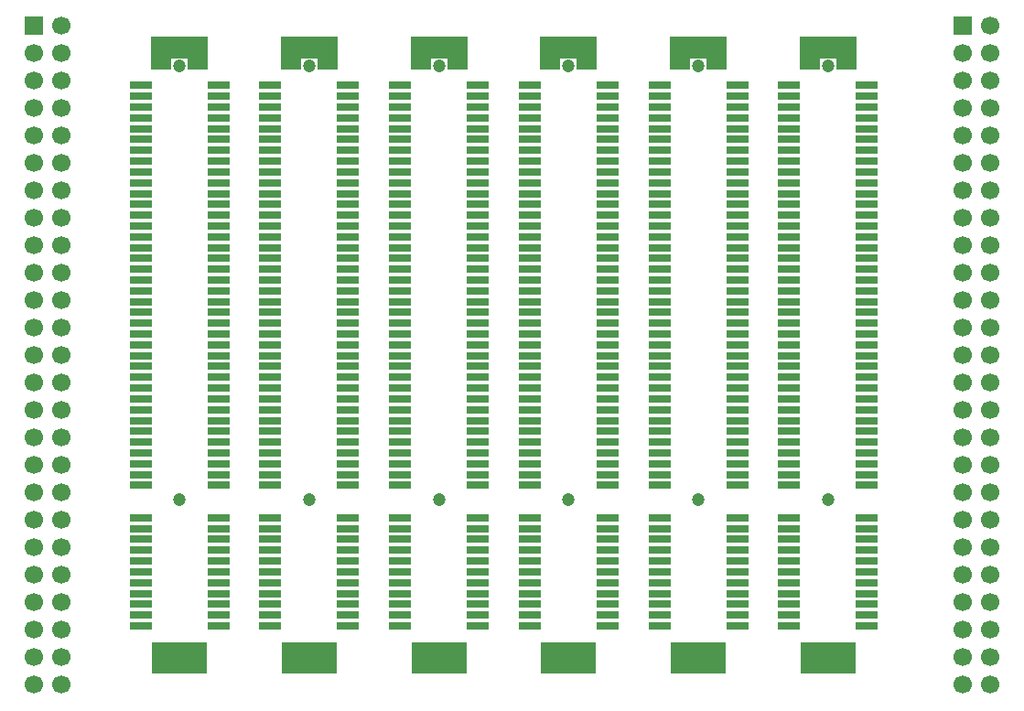
<source format=gbr>
%TF.GenerationSoftware,KiCad,Pcbnew,9.0.2+dfsg-1*%
%TF.CreationDate,2025-07-10T18:44:12+08:00*%
%TF.ProjectId,bp,62702e6b-6963-4616-945f-706362585858,rev?*%
%TF.SameCoordinates,Original*%
%TF.FileFunction,Soldermask,Top*%
%TF.FilePolarity,Negative*%
%FSLAX46Y46*%
G04 Gerber Fmt 4.6, Leading zero omitted, Abs format (unit mm)*
G04 Created by KiCad (PCBNEW 9.0.2+dfsg-1) date 2025-07-10 18:44:12*
%MOMM*%
%LPD*%
G01*
G04 APERTURE LIST*
G04 Aperture macros list*
%AMFreePoly0*
4,1,21,1.535355,2.635355,1.550000,2.600000,1.550000,-2.600000,1.535355,-2.635355,1.500000,-2.650000,-1.500000,-2.650000,-1.535355,-2.635355,-1.550000,-2.600000,-1.550000,-0.800000,-1.535355,-0.764645,-1.500000,-0.750000,-0.550000,-0.750000,-0.550000,0.750000,-1.500000,0.750000,-1.535355,0.764645,-1.550000,0.800000,-1.550000,2.600000,-1.535355,2.635355,-1.500000,2.650000,1.500000,2.650000,
1.535355,2.635355,1.535355,2.635355,$1*%
G04 Aperture macros list end*
%ADD10C,1.200000*%
%ADD11R,5.200000X3.000000*%
%ADD12FreePoly0,90.000000*%
%ADD13R,2.000000X0.700000*%
%ADD14R,1.700000X1.700000*%
%ADD15C,1.700000*%
G04 APERTURE END LIST*
D10*
%TO.C,U6*%
X169500000Y-86850000D03*
X169500000Y-46700000D03*
D11*
X169500000Y-101500000D03*
D12*
X169500000Y-45500000D03*
D13*
X165900000Y-98500000D03*
X165900000Y-97500000D03*
X165900000Y-96500000D03*
X165900000Y-95500000D03*
X165900000Y-94500000D03*
X165900000Y-93500000D03*
X165900000Y-92500000D03*
X165900000Y-91500000D03*
X165900000Y-90500000D03*
X165900000Y-89500000D03*
X165900000Y-88500000D03*
X165900000Y-85500000D03*
X165900000Y-84500000D03*
X165900000Y-83500000D03*
X165900000Y-82500000D03*
X165900000Y-81500000D03*
X165900000Y-80500000D03*
X165900000Y-79500000D03*
X165900000Y-78500000D03*
X165900000Y-77500000D03*
X165900000Y-76500000D03*
X165900000Y-75500000D03*
X165900000Y-74500000D03*
X165900000Y-73500000D03*
X165900000Y-72500000D03*
X165900000Y-71500000D03*
X165900000Y-70500000D03*
X165900000Y-69500000D03*
X165900000Y-68500000D03*
X165900000Y-67500000D03*
X165900000Y-66500000D03*
X165900000Y-65500000D03*
X165900000Y-64500000D03*
X165900000Y-63500000D03*
X165900000Y-62500000D03*
X165900000Y-61500000D03*
X165900000Y-60500000D03*
X165900000Y-59500000D03*
X165900000Y-58500000D03*
X165900000Y-57500000D03*
X165900000Y-56500000D03*
X165900000Y-55500000D03*
X165900000Y-54500000D03*
X165900000Y-53500000D03*
X165900000Y-52500000D03*
X165900000Y-51500000D03*
X165900000Y-50500000D03*
X165900000Y-49500000D03*
X165900000Y-48500000D03*
X173100000Y-98500000D03*
X173100000Y-97500000D03*
X173100000Y-96500000D03*
X173100000Y-95500000D03*
X173100000Y-94500000D03*
X173100000Y-93500000D03*
X173100000Y-92500000D03*
X173100000Y-91500000D03*
X173100000Y-90500000D03*
X173100000Y-89500000D03*
X173100000Y-88500000D03*
X173100000Y-85500000D03*
X173100000Y-84500000D03*
X173100000Y-83500000D03*
X173100000Y-82500000D03*
X173100000Y-81500000D03*
X173100000Y-80500000D03*
X173100000Y-79500000D03*
X173100000Y-78500000D03*
X173100000Y-77500000D03*
X173100000Y-76500000D03*
X173100000Y-75500000D03*
X173100000Y-74500000D03*
X173100000Y-73500000D03*
X173100000Y-72500000D03*
X173100000Y-71500000D03*
X173100000Y-70500000D03*
X173100000Y-69500000D03*
X173100000Y-68500000D03*
X173100000Y-67500000D03*
X173100000Y-66500000D03*
X173100000Y-65500000D03*
X173100000Y-64500000D03*
X173100000Y-63500000D03*
X173100000Y-62500000D03*
X173100000Y-61500000D03*
X173100000Y-60500000D03*
X173100000Y-59500000D03*
X173100000Y-58500000D03*
X173100000Y-57500000D03*
X173100000Y-56500000D03*
X173100000Y-55500000D03*
X173100000Y-54500000D03*
X173100000Y-53500000D03*
X173100000Y-52500000D03*
X173100000Y-51500000D03*
X173100000Y-50500000D03*
X173100000Y-49500000D03*
X173100000Y-48500000D03*
%TD*%
D10*
%TO.C,U3*%
X133500000Y-86850000D03*
X133500000Y-46700000D03*
D11*
X133500000Y-101500000D03*
D12*
X133500000Y-45500000D03*
D13*
X129900000Y-98500000D03*
X129900000Y-97500000D03*
X129900000Y-96500000D03*
X129900000Y-95500000D03*
X129900000Y-94500000D03*
X129900000Y-93500000D03*
X129900000Y-92500000D03*
X129900000Y-91500000D03*
X129900000Y-90500000D03*
X129900000Y-89500000D03*
X129900000Y-88500000D03*
X129900000Y-85500000D03*
X129900000Y-84500000D03*
X129900000Y-83500000D03*
X129900000Y-82500000D03*
X129900000Y-81500000D03*
X129900000Y-80500000D03*
X129900000Y-79500000D03*
X129900000Y-78500000D03*
X129900000Y-77500000D03*
X129900000Y-76500000D03*
X129900000Y-75500000D03*
X129900000Y-74500000D03*
X129900000Y-73500000D03*
X129900000Y-72500000D03*
X129900000Y-71500000D03*
X129900000Y-70500000D03*
X129900000Y-69500000D03*
X129900000Y-68500000D03*
X129900000Y-67500000D03*
X129900000Y-66500000D03*
X129900000Y-65500000D03*
X129900000Y-64500000D03*
X129900000Y-63500000D03*
X129900000Y-62500000D03*
X129900000Y-61500000D03*
X129900000Y-60500000D03*
X129900000Y-59500000D03*
X129900000Y-58500000D03*
X129900000Y-57500000D03*
X129900000Y-56500000D03*
X129900000Y-55500000D03*
X129900000Y-54500000D03*
X129900000Y-53500000D03*
X129900000Y-52500000D03*
X129900000Y-51500000D03*
X129900000Y-50500000D03*
X129900000Y-49500000D03*
X129900000Y-48500000D03*
X137100000Y-98500000D03*
X137100000Y-97500000D03*
X137100000Y-96500000D03*
X137100000Y-95500000D03*
X137100000Y-94500000D03*
X137100000Y-93500000D03*
X137100000Y-92500000D03*
X137100000Y-91500000D03*
X137100000Y-90500000D03*
X137100000Y-89500000D03*
X137100000Y-88500000D03*
X137100000Y-85500000D03*
X137100000Y-84500000D03*
X137100000Y-83500000D03*
X137100000Y-82500000D03*
X137100000Y-81500000D03*
X137100000Y-80500000D03*
X137100000Y-79500000D03*
X137100000Y-78500000D03*
X137100000Y-77500000D03*
X137100000Y-76500000D03*
X137100000Y-75500000D03*
X137100000Y-74500000D03*
X137100000Y-73500000D03*
X137100000Y-72500000D03*
X137100000Y-71500000D03*
X137100000Y-70500000D03*
X137100000Y-69500000D03*
X137100000Y-68500000D03*
X137100000Y-67500000D03*
X137100000Y-66500000D03*
X137100000Y-65500000D03*
X137100000Y-64500000D03*
X137100000Y-63500000D03*
X137100000Y-62500000D03*
X137100000Y-61500000D03*
X137100000Y-60500000D03*
X137100000Y-59500000D03*
X137100000Y-58500000D03*
X137100000Y-57500000D03*
X137100000Y-56500000D03*
X137100000Y-55500000D03*
X137100000Y-54500000D03*
X137100000Y-53500000D03*
X137100000Y-52500000D03*
X137100000Y-51500000D03*
X137100000Y-50500000D03*
X137100000Y-49500000D03*
X137100000Y-48500000D03*
%TD*%
D10*
%TO.C,U5*%
X157500000Y-86850000D03*
X157500000Y-46700000D03*
D11*
X157500000Y-101500000D03*
D12*
X157500000Y-45500000D03*
D13*
X153900000Y-98500000D03*
X153900000Y-97500000D03*
X153900000Y-96500000D03*
X153900000Y-95500000D03*
X153900000Y-94500000D03*
X153900000Y-93500000D03*
X153900000Y-92500000D03*
X153900000Y-91500000D03*
X153900000Y-90500000D03*
X153900000Y-89500000D03*
X153900000Y-88500000D03*
X153900000Y-85500000D03*
X153900000Y-84500000D03*
X153900000Y-83500000D03*
X153900000Y-82500000D03*
X153900000Y-81500000D03*
X153900000Y-80500000D03*
X153900000Y-79500000D03*
X153900000Y-78500000D03*
X153900000Y-77500000D03*
X153900000Y-76500000D03*
X153900000Y-75500000D03*
X153900000Y-74500000D03*
X153900000Y-73500000D03*
X153900000Y-72500000D03*
X153900000Y-71500000D03*
X153900000Y-70500000D03*
X153900000Y-69500000D03*
X153900000Y-68500000D03*
X153900000Y-67500000D03*
X153900000Y-66500000D03*
X153900000Y-65500000D03*
X153900000Y-64500000D03*
X153900000Y-63500000D03*
X153900000Y-62500000D03*
X153900000Y-61500000D03*
X153900000Y-60500000D03*
X153900000Y-59500000D03*
X153900000Y-58500000D03*
X153900000Y-57500000D03*
X153900000Y-56500000D03*
X153900000Y-55500000D03*
X153900000Y-54500000D03*
X153900000Y-53500000D03*
X153900000Y-52500000D03*
X153900000Y-51500000D03*
X153900000Y-50500000D03*
X153900000Y-49500000D03*
X153900000Y-48500000D03*
X161100000Y-98500000D03*
X161100000Y-97500000D03*
X161100000Y-96500000D03*
X161100000Y-95500000D03*
X161100000Y-94500000D03*
X161100000Y-93500000D03*
X161100000Y-92500000D03*
X161100000Y-91500000D03*
X161100000Y-90500000D03*
X161100000Y-89500000D03*
X161100000Y-88500000D03*
X161100000Y-85500000D03*
X161100000Y-84500000D03*
X161100000Y-83500000D03*
X161100000Y-82500000D03*
X161100000Y-81500000D03*
X161100000Y-80500000D03*
X161100000Y-79500000D03*
X161100000Y-78500000D03*
X161100000Y-77500000D03*
X161100000Y-76500000D03*
X161100000Y-75500000D03*
X161100000Y-74500000D03*
X161100000Y-73500000D03*
X161100000Y-72500000D03*
X161100000Y-71500000D03*
X161100000Y-70500000D03*
X161100000Y-69500000D03*
X161100000Y-68500000D03*
X161100000Y-67500000D03*
X161100000Y-66500000D03*
X161100000Y-65500000D03*
X161100000Y-64500000D03*
X161100000Y-63500000D03*
X161100000Y-62500000D03*
X161100000Y-61500000D03*
X161100000Y-60500000D03*
X161100000Y-59500000D03*
X161100000Y-58500000D03*
X161100000Y-57500000D03*
X161100000Y-56500000D03*
X161100000Y-55500000D03*
X161100000Y-54500000D03*
X161100000Y-53500000D03*
X161100000Y-52500000D03*
X161100000Y-51500000D03*
X161100000Y-50500000D03*
X161100000Y-49500000D03*
X161100000Y-48500000D03*
%TD*%
D10*
%TO.C,U1*%
X109500000Y-86850000D03*
X109500000Y-46700000D03*
D11*
X109500000Y-101500000D03*
D12*
X109500000Y-45500000D03*
D13*
X105900000Y-98500000D03*
X105900000Y-97500000D03*
X105900000Y-96500000D03*
X105900000Y-95500000D03*
X105900000Y-94500000D03*
X105900000Y-93500000D03*
X105900000Y-92500000D03*
X105900000Y-91500000D03*
X105900000Y-90500000D03*
X105900000Y-89500000D03*
X105900000Y-88500000D03*
X105900000Y-85500000D03*
X105900000Y-84500000D03*
X105900000Y-83500000D03*
X105900000Y-82500000D03*
X105900000Y-81500000D03*
X105900000Y-80500000D03*
X105900000Y-79500000D03*
X105900000Y-78500000D03*
X105900000Y-77500000D03*
X105900000Y-76500000D03*
X105900000Y-75500000D03*
X105900000Y-74500000D03*
X105900000Y-73500000D03*
X105900000Y-72500000D03*
X105900000Y-71500000D03*
X105900000Y-70500000D03*
X105900000Y-69500000D03*
X105900000Y-68500000D03*
X105900000Y-67500000D03*
X105900000Y-66500000D03*
X105900000Y-65500000D03*
X105900000Y-64500000D03*
X105900000Y-63500000D03*
X105900000Y-62500000D03*
X105900000Y-61500000D03*
X105900000Y-60500000D03*
X105900000Y-59500000D03*
X105900000Y-58500000D03*
X105900000Y-57500000D03*
X105900000Y-56500000D03*
X105900000Y-55500000D03*
X105900000Y-54500000D03*
X105900000Y-53500000D03*
X105900000Y-52500000D03*
X105900000Y-51500000D03*
X105900000Y-50500000D03*
X105900000Y-49500000D03*
X105900000Y-48500000D03*
X113100000Y-98500000D03*
X113100000Y-97500000D03*
X113100000Y-96500000D03*
X113100000Y-95500000D03*
X113100000Y-94500000D03*
X113100000Y-93500000D03*
X113100000Y-92500000D03*
X113100000Y-91500000D03*
X113100000Y-90500000D03*
X113100000Y-89500000D03*
X113100000Y-88500000D03*
X113100000Y-85500000D03*
X113100000Y-84500000D03*
X113100000Y-83500000D03*
X113100000Y-82500000D03*
X113100000Y-81500000D03*
X113100000Y-80500000D03*
X113100000Y-79500000D03*
X113100000Y-78500000D03*
X113100000Y-77500000D03*
X113100000Y-76500000D03*
X113100000Y-75500000D03*
X113100000Y-74500000D03*
X113100000Y-73500000D03*
X113100000Y-72500000D03*
X113100000Y-71500000D03*
X113100000Y-70500000D03*
X113100000Y-69500000D03*
X113100000Y-68500000D03*
X113100000Y-67500000D03*
X113100000Y-66500000D03*
X113100000Y-65500000D03*
X113100000Y-64500000D03*
X113100000Y-63500000D03*
X113100000Y-62500000D03*
X113100000Y-61500000D03*
X113100000Y-60500000D03*
X113100000Y-59500000D03*
X113100000Y-58500000D03*
X113100000Y-57500000D03*
X113100000Y-56500000D03*
X113100000Y-55500000D03*
X113100000Y-54500000D03*
X113100000Y-53500000D03*
X113100000Y-52500000D03*
X113100000Y-51500000D03*
X113100000Y-50500000D03*
X113100000Y-49500000D03*
X113100000Y-48500000D03*
%TD*%
D14*
%TO.C,J2*%
X182000000Y-43000000D03*
D15*
X184540000Y-43000000D03*
X182000000Y-45540000D03*
X184540000Y-45540000D03*
X182000000Y-48080000D03*
X184540000Y-48080000D03*
X182000000Y-50620000D03*
X184540000Y-50620000D03*
X182000000Y-53160000D03*
X184540000Y-53160000D03*
X182000000Y-55700000D03*
X184540000Y-55700000D03*
X182000000Y-58240000D03*
X184540000Y-58240000D03*
X182000000Y-60780000D03*
X184540000Y-60780000D03*
X182000000Y-63320000D03*
X184540000Y-63320000D03*
X182000000Y-65860000D03*
X184540000Y-65860000D03*
X182000000Y-68400000D03*
X184540000Y-68400000D03*
X182000000Y-70940000D03*
X184540000Y-70940000D03*
X182000000Y-73480000D03*
X184540000Y-73480000D03*
X182000000Y-76020000D03*
X184540000Y-76020000D03*
X182000000Y-78560000D03*
X184540000Y-78560000D03*
X182000000Y-81100000D03*
X184540000Y-81100000D03*
X182000000Y-83640000D03*
X184540000Y-83640000D03*
X182000000Y-86180000D03*
X184540000Y-86180000D03*
X182000000Y-88720000D03*
X184540000Y-88720000D03*
X182000000Y-91260000D03*
X184540000Y-91260000D03*
X182000000Y-93800000D03*
X184540000Y-93800000D03*
X182000000Y-96340000D03*
X184540000Y-96340000D03*
X182000000Y-98880000D03*
X184540000Y-98880000D03*
X182000000Y-101420000D03*
X184540000Y-101420000D03*
X182000000Y-103960000D03*
X184540000Y-103960000D03*
%TD*%
D10*
%TO.C,U2*%
X121500000Y-86850000D03*
X121500000Y-46700000D03*
D11*
X121500000Y-101500000D03*
D12*
X121500000Y-45500000D03*
D13*
X117900000Y-98500000D03*
X117900000Y-97500000D03*
X117900000Y-96500000D03*
X117900000Y-95500000D03*
X117900000Y-94500000D03*
X117900000Y-93500000D03*
X117900000Y-92500000D03*
X117900000Y-91500000D03*
X117900000Y-90500000D03*
X117900000Y-89500000D03*
X117900000Y-88500000D03*
X117900000Y-85500000D03*
X117900000Y-84500000D03*
X117900000Y-83500000D03*
X117900000Y-82500000D03*
X117900000Y-81500000D03*
X117900000Y-80500000D03*
X117900000Y-79500000D03*
X117900000Y-78500000D03*
X117900000Y-77500000D03*
X117900000Y-76500000D03*
X117900000Y-75500000D03*
X117900000Y-74500000D03*
X117900000Y-73500000D03*
X117900000Y-72500000D03*
X117900000Y-71500000D03*
X117900000Y-70500000D03*
X117900000Y-69500000D03*
X117900000Y-68500000D03*
X117900000Y-67500000D03*
X117900000Y-66500000D03*
X117900000Y-65500000D03*
X117900000Y-64500000D03*
X117900000Y-63500000D03*
X117900000Y-62500000D03*
X117900000Y-61500000D03*
X117900000Y-60500000D03*
X117900000Y-59500000D03*
X117900000Y-58500000D03*
X117900000Y-57500000D03*
X117900000Y-56500000D03*
X117900000Y-55500000D03*
X117900000Y-54500000D03*
X117900000Y-53500000D03*
X117900000Y-52500000D03*
X117900000Y-51500000D03*
X117900000Y-50500000D03*
X117900000Y-49500000D03*
X117900000Y-48500000D03*
X125100000Y-98500000D03*
X125100000Y-97500000D03*
X125100000Y-96500000D03*
X125100000Y-95500000D03*
X125100000Y-94500000D03*
X125100000Y-93500000D03*
X125100000Y-92500000D03*
X125100000Y-91500000D03*
X125100000Y-90500000D03*
X125100000Y-89500000D03*
X125100000Y-88500000D03*
X125100000Y-85500000D03*
X125100000Y-84500000D03*
X125100000Y-83500000D03*
X125100000Y-82500000D03*
X125100000Y-81500000D03*
X125100000Y-80500000D03*
X125100000Y-79500000D03*
X125100000Y-78500000D03*
X125100000Y-77500000D03*
X125100000Y-76500000D03*
X125100000Y-75500000D03*
X125100000Y-74500000D03*
X125100000Y-73500000D03*
X125100000Y-72500000D03*
X125100000Y-71500000D03*
X125100000Y-70500000D03*
X125100000Y-69500000D03*
X125100000Y-68500000D03*
X125100000Y-67500000D03*
X125100000Y-66500000D03*
X125100000Y-65500000D03*
X125100000Y-64500000D03*
X125100000Y-63500000D03*
X125100000Y-62500000D03*
X125100000Y-61500000D03*
X125100000Y-60500000D03*
X125100000Y-59500000D03*
X125100000Y-58500000D03*
X125100000Y-57500000D03*
X125100000Y-56500000D03*
X125100000Y-55500000D03*
X125100000Y-54500000D03*
X125100000Y-53500000D03*
X125100000Y-52500000D03*
X125100000Y-51500000D03*
X125100000Y-50500000D03*
X125100000Y-49500000D03*
X125100000Y-48500000D03*
%TD*%
D10*
%TO.C,U4*%
X145500000Y-86850000D03*
X145500000Y-46700000D03*
D11*
X145500000Y-101500000D03*
D12*
X145500000Y-45500000D03*
D13*
X141900000Y-98500000D03*
X141900000Y-97500000D03*
X141900000Y-96500000D03*
X141900000Y-95500000D03*
X141900000Y-94500000D03*
X141900000Y-93500000D03*
X141900000Y-92500000D03*
X141900000Y-91500000D03*
X141900000Y-90500000D03*
X141900000Y-89500000D03*
X141900000Y-88500000D03*
X141900000Y-85500000D03*
X141900000Y-84500000D03*
X141900000Y-83500000D03*
X141900000Y-82500000D03*
X141900000Y-81500000D03*
X141900000Y-80500000D03*
X141900000Y-79500000D03*
X141900000Y-78500000D03*
X141900000Y-77500000D03*
X141900000Y-76500000D03*
X141900000Y-75500000D03*
X141900000Y-74500000D03*
X141900000Y-73500000D03*
X141900000Y-72500000D03*
X141900000Y-71500000D03*
X141900000Y-70500000D03*
X141900000Y-69500000D03*
X141900000Y-68500000D03*
X141900000Y-67500000D03*
X141900000Y-66500000D03*
X141900000Y-65500000D03*
X141900000Y-64500000D03*
X141900000Y-63500000D03*
X141900000Y-62500000D03*
X141900000Y-61500000D03*
X141900000Y-60500000D03*
X141900000Y-59500000D03*
X141900000Y-58500000D03*
X141900000Y-57500000D03*
X141900000Y-56500000D03*
X141900000Y-55500000D03*
X141900000Y-54500000D03*
X141900000Y-53500000D03*
X141900000Y-52500000D03*
X141900000Y-51500000D03*
X141900000Y-50500000D03*
X141900000Y-49500000D03*
X141900000Y-48500000D03*
X149100000Y-98500000D03*
X149100000Y-97500000D03*
X149100000Y-96500000D03*
X149100000Y-95500000D03*
X149100000Y-94500000D03*
X149100000Y-93500000D03*
X149100000Y-92500000D03*
X149100000Y-91500000D03*
X149100000Y-90500000D03*
X149100000Y-89500000D03*
X149100000Y-88500000D03*
X149100000Y-85500000D03*
X149100000Y-84500000D03*
X149100000Y-83500000D03*
X149100000Y-82500000D03*
X149100000Y-81500000D03*
X149100000Y-80500000D03*
X149100000Y-79500000D03*
X149100000Y-78500000D03*
X149100000Y-77500000D03*
X149100000Y-76500000D03*
X149100000Y-75500000D03*
X149100000Y-74500000D03*
X149100000Y-73500000D03*
X149100000Y-72500000D03*
X149100000Y-71500000D03*
X149100000Y-70500000D03*
X149100000Y-69500000D03*
X149100000Y-68500000D03*
X149100000Y-67500000D03*
X149100000Y-66500000D03*
X149100000Y-65500000D03*
X149100000Y-64500000D03*
X149100000Y-63500000D03*
X149100000Y-62500000D03*
X149100000Y-61500000D03*
X149100000Y-60500000D03*
X149100000Y-59500000D03*
X149100000Y-58500000D03*
X149100000Y-57500000D03*
X149100000Y-56500000D03*
X149100000Y-55500000D03*
X149100000Y-54500000D03*
X149100000Y-53500000D03*
X149100000Y-52500000D03*
X149100000Y-51500000D03*
X149100000Y-50500000D03*
X149100000Y-49500000D03*
X149100000Y-48500000D03*
%TD*%
D14*
%TO.C,J1*%
X96000000Y-43000000D03*
D15*
X98540000Y-43000000D03*
X96000000Y-45540000D03*
X98540000Y-45540000D03*
X96000000Y-48080000D03*
X98540000Y-48080000D03*
X96000000Y-50620000D03*
X98540000Y-50620000D03*
X96000000Y-53160000D03*
X98540000Y-53160000D03*
X96000000Y-55700000D03*
X98540000Y-55700000D03*
X96000000Y-58240000D03*
X98540000Y-58240000D03*
X96000000Y-60780000D03*
X98540000Y-60780000D03*
X96000000Y-63320000D03*
X98540000Y-63320000D03*
X96000000Y-65860000D03*
X98540000Y-65860000D03*
X96000000Y-68400000D03*
X98540000Y-68400000D03*
X96000000Y-70940000D03*
X98540000Y-70940000D03*
X96000000Y-73480000D03*
X98540000Y-73480000D03*
X96000000Y-76020000D03*
X98540000Y-76020000D03*
X96000000Y-78560000D03*
X98540000Y-78560000D03*
X96000000Y-81100000D03*
X98540000Y-81100000D03*
X96000000Y-83640000D03*
X98540000Y-83640000D03*
X96000000Y-86180000D03*
X98540000Y-86180000D03*
X96000000Y-88720000D03*
X98540000Y-88720000D03*
X96000000Y-91260000D03*
X98540000Y-91260000D03*
X96000000Y-93800000D03*
X98540000Y-93800000D03*
X96000000Y-96340000D03*
X98540000Y-96340000D03*
X96000000Y-98880000D03*
X98540000Y-98880000D03*
X96000000Y-101420000D03*
X98540000Y-101420000D03*
X96000000Y-103960000D03*
X98540000Y-103960000D03*
%TD*%
M02*

</source>
